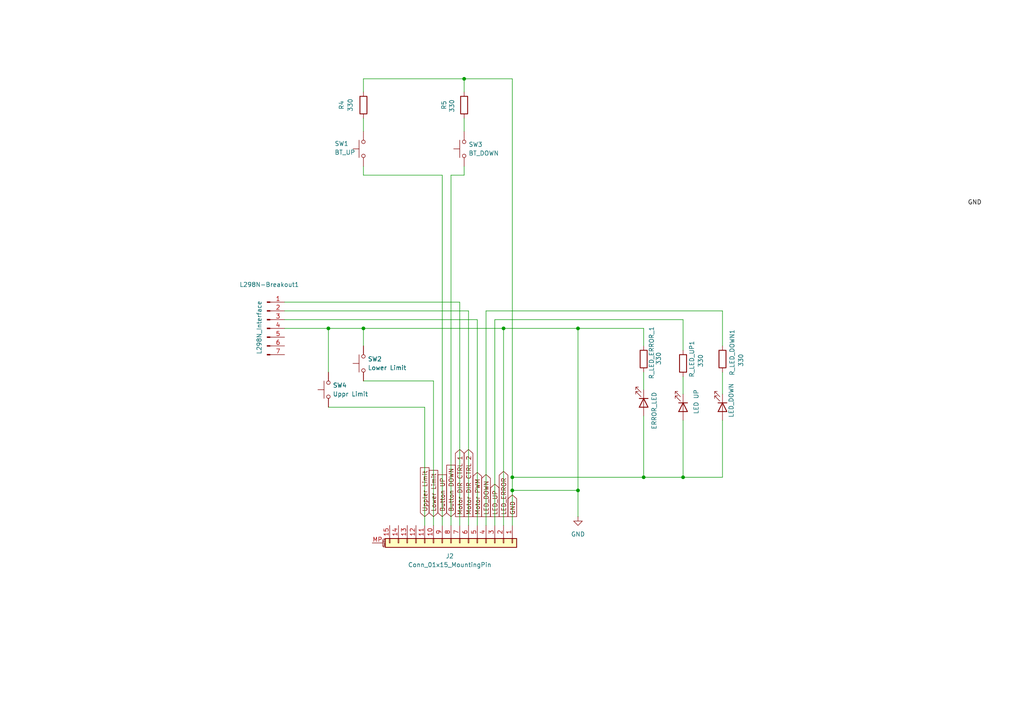
<source format=kicad_sch>
(kicad_sch (version 20250114) (generator "eeschema") (generator_version "9.0")
  (paper "A4")
  (title_block (title "Desk Automation") (date "2025-12-30") (rev "0.1") (company "E2Q"))
  (lib_symbols
    (symbol "Connector:Conn_01x07_Pin" (pin_names (offset 1.016) (hide yes))
      (property "Reference" "J" (at 0 10.16 0))
      (property "Value" "Conn_01x07_Pin" (at 0 -10.16 0))
      (symbol "Conn_01x07_Pin_1_1"
        (rectangle (start 0.8636 7.747) (end 0 7.493) (stroke (width 0.1524)) (fill (type outline)))
        (rectangle (start 0.8636 5.207) (end 0 4.953) (stroke (width 0.1524)) (fill (type outline)))
        (rectangle (start 0.8636 2.667) (end 0 2.413) (stroke (width 0.1524)) (fill (type outline)))
        (rectangle (start 0.8636 0.127) (end 0 -0.127) (stroke (width 0.1524)) (fill (type outline)))
        (rectangle (start 0.8636 -2.413) (end 0 -2.667) (stroke (width 0.1524)) (fill (type outline)))
        (rectangle (start 0.8636 -4.953) (end 0 -5.207) (stroke (width 0.1524)) (fill (type outline)))
        (rectangle (start 0.8636 -7.493) (end 0 -7.747) (stroke (width 0.1524)) (fill (type outline)))
        (polyline (pts (xy 1.27 7.62) (xy 0.8636 7.62)) (stroke (width 0.1524)))
        (polyline (pts (xy 1.27 5.08) (xy 0.8636 5.08)) (stroke (width 0.1524)))
        (polyline (pts (xy 1.27 2.54) (xy 0.8636 2.54)) (stroke (width 0.1524)))
        (polyline (pts (xy 1.27 0) (xy 0.8636 0)) (stroke (width 0.1524)))
        (polyline (pts (xy 1.27 -2.54) (xy 0.8636 -2.54)) (stroke (width 0.1524)))
        (polyline (pts (xy 1.27 -5.08) (xy 0.8636 -5.08)) (stroke (width 0.1524)))
        (polyline (pts (xy 1.27 -7.62) (xy 0.8636 -7.62)) (stroke (width 0.1524)))
        (pin passive line (at 5.08 7.62 180) (length 3.81) (name "Pin_1") (number "1"))
        (pin passive line (at 5.08 5.08 180) (length 3.81) (name "Pin_2") (number "2"))
        (pin passive line (at 5.08 2.54 180) (length 3.81) (name "Pin_3") (number "3"))
        (pin passive line (at 5.08 0 180) (length 3.81) (name "Pin_4") (number "4"))
        (pin passive line (at 5.08 -2.54 180) (length 3.81) (name "Pin_5") (number "5"))
        (pin passive line (at 5.08 -5.08 180) (length 3.81) (name "Pin_6") (number "6"))
        (pin passive line (at 5.08 -7.62 180) (length 3.81) (name "Pin_7") (number "7"))
      )
    )
    (symbol "Connector_Generic_MountingPin:Conn_01x15_MountingPin" (pin_names (offset 1.016) (hide yes))
      (property "Reference" "J" (at 0 20.32 0))
      (property "Value" "Conn_01x15_MountingPin" (at 1.27 -20.32 0))
      (symbol "Conn_01x15_MountingPin_1_1"
        (rectangle (start -1.27 19.05) (end 1.27 -19.05) (stroke (width 0.254)) (fill (type background)))
        (rectangle (start -1.27 17.907) (end 0 17.653) (stroke (width 0.1524)))
        (rectangle (start -1.27 15.367) (end 0 15.113) (stroke (width 0.1524)))
        (rectangle (start -1.27 12.827) (end 0 12.573) (stroke (width 0.1524)))
        (rectangle (start -1.27 10.287) (end 0 10.033) (stroke (width 0.1524)))
        (rectangle (start -1.27 7.747) (end 0 7.493) (stroke (width 0.1524)))
        (rectangle (start -1.27 5.207) (end 0 4.953) (stroke (width 0.1524)))
        (rectangle (start -1.27 2.667) (end 0 2.413) (stroke (width 0.1524)))
        (rectangle (start -1.27 0.127) (end 0 -0.127) (stroke (width 0.1524)))
        (rectangle (start -1.27 -2.413) (end 0 -2.667) (stroke (width 0.1524)))
        (rectangle (start -1.27 -4.953) (end 0 -5.207) (stroke (width 0.1524)))
        (rectangle (start -1.27 -7.493) (end 0 -7.747) (stroke (width 0.1524)))
        (rectangle (start -1.27 -10.033) (end 0 -10.287) (stroke (width 0.1524)))
        (rectangle (start -1.27 -12.573) (end 0 -12.827) (stroke (width 0.1524)))
        (rectangle (start -1.27 -15.113) (end 0 -15.367) (stroke (width 0.1524)))
        (rectangle (start -1.27 -17.653) (end 0 -17.907) (stroke (width 0.1524)))
        (polyline (pts (xy -1.016 -19.812) (xy 1.016 -19.812)) (stroke (width 0.1524)))
        (text "Mounting" (at 0 -19.431 0) (effects (font (size 0.381 0.381))))
        (pin passive line (at -5.08 17.78 0) (length 3.81) (name "Pin_1") (number "1"))
        (pin passive line (at -5.08 15.24 0) (length 3.81) (name "Pin_2") (number "2"))
        (pin passive line (at -5.08 12.7 0) (length 3.81) (name "Pin_3") (number "3"))
        (pin passive line (at -5.08 10.16 0) (length 3.81) (name "Pin_4") (number "4"))
        (pin passive line (at -5.08 7.62 0) (length 3.81) (name "Pin_5") (number "5"))
        (pin passive line (at -5.08 5.08 0) (length 3.81) (name "Pin_6") (number "6"))
        (pin passive line (at -5.08 2.54 0) (length 3.81) (name "Pin_7") (number "7"))
        (pin passive line (at -5.08 0 0) (length 3.81) (name "Pin_8") (number "8"))
        (pin passive line (at -5.08 -2.54 0) (length 3.81) (name "Pin_9") (number "9"))
        (pin passive line (at -5.08 -5.08 0) (length 3.81) (name "Pin_10") (number "10"))
        (pin passive line (at -5.08 -7.62 0) (length 3.81) (name "Pin_11") (number "11"))
        (pin passive line (at -5.08 -10.16 0) (length 3.81) (name "Pin_12") (number "12"))
        (pin passive line (at -5.08 -12.7 0) (length 3.81) (name "Pin_13") (number "13"))
        (pin passive line (at -5.08 -15.24 0) (length 3.81) (name "Pin_14") (number "14"))
        (pin passive line (at -5.08 -17.78 0) (length 3.81) (name "Pin_15") (number "15"))
        (pin passive line (at 0 -22.86 90) (length 3.048) (name "MountPin") (number "MP"))
      )
    )
    (symbol "Device:LED" (pin_numbers (hide yes)) (pin_names (offset 1.016) (hide yes))
      (property "Reference" "D" (at 0 2.54 0))
      (property "Value" "LED" (at 0 -2.54 0))
      (symbol "LED_0_1"
        (polyline (pts (xy -3.048 -0.762) (xy -4.572 -2.286) (xy -3.81 -2.286) (xy -4.572 -2.286) (xy -4.572 -1.524)))
        (polyline (pts (xy -1.778 -0.762) (xy -3.302 -2.286) (xy -2.54 -2.286) (xy -3.302 -2.286) (xy -3.302 -1.524)))
        (polyline (pts (xy -1.27 0) (xy 1.27 0)))
        (polyline (pts (xy -1.27 -1.27) (xy -1.27 1.27)) (stroke (width 0.254)))
        (polyline (pts (xy 1.27 -1.27) (xy 1.27 1.27) (xy -1.27 0) (xy 1.27 -1.27)) (stroke (width 0.254)))
      )
      (symbol "LED_1_1"
        (pin passive line (at -3.81 0 0) (length 2.54) (name "K") (number "1"))
        (pin passive line (at 3.81 0 180) (length 2.54) (name "A") (number "2"))
      )
    )
    (symbol "Device:R" (pin_numbers (hide yes)) (pin_names (offset 0))
      (property "Reference" "R" (at 2.032 0 90))
      (property "Value" "R" (at 0 0 90))
      (symbol "R_0_1"
        (rectangle (start -1.016 -2.54) (end 1.016 2.54) (stroke (width 0.254)))
      )
      (symbol "R_1_1"
        (pin passive line (at 0 3.81 270) (length 1.27) (name "~") (number "1"))
        (pin passive line (at 0 -3.81 90) (length 1.27) (name "~") (number "2"))
      )
    )
    (symbol "Switch:SW_Push" (pin_numbers (hide yes)) (pin_names (offset 1.016) (hide yes))
      (property "Reference" "SW" (at 1.27 2.54 0))
      (property "Value" "SW_Push" (at 0 -1.524 0))
      (symbol "SW_Push_0_1"
        (circle (center -2.032 0) (radius 0.508))
        (polyline (pts (xy 0 1.27) (xy 0 3.048)))
        (circle (center 2.032 0) (radius 0.508))
        (polyline (pts (xy 2.54 1.27) (xy -2.54 1.27)))
        (pin passive line (at -5.08 0 0) (length 2.54) (name "1") (number "1"))
        (pin passive line (at 5.08 0 180) (length 2.54) (name "2") (number "2"))
      )
    )
    (symbol "power:GND" (power) (pin_numbers (hide yes)) (pin_names (offset 0) (hide yes))
      (property "Value" "GND" (at 0 -3.81 0))
      (symbol "GND_0_1"
        (polyline (pts (xy 0 0) (xy 0 -1.27) (xy 1.27 -1.27) (xy 0 -2.54) (xy -1.27 -1.27) (xy 0 -1.27)))
      )
      (symbol "GND_1_1"
        (pin power_in line (at 0 0 270) (length 0) (name "~") (number "1"))
      )
    )
  )
  (junction (at 167.64 142.24))
  (junction (at 148.59 142.24))
  (junction (at 167.64 95.25))
  (junction (at 134.62 22.86))
  (junction (at 186.69 138.43))
  (junction (at 95.25 95.25))
  (junction (at 198.12 138.43))
  (junction (at 105.41 95.25))
  (junction (at 146.05 95.25))
  (junction (at 148.59 138.43))
  (wire (pts (xy 105.41 34.29) (xy 105.41 38.1)))
  (wire (pts (xy 148.59 142.24) (xy 148.59 152.4)))
  (wire (pts (xy 134.62 34.29) (xy 134.62 38.1)))
  (wire (pts (xy 134.62 22.86) (xy 134.62 26.67)))
  (wire (pts (xy 143.51 92.71) (xy 143.51 152.4)))
  (wire (pts (xy 198.12 121.92) (xy 198.12 138.43)))
  (wire (pts (xy 105.41 50.8) (xy 128.27 50.8)))
  (wire (pts (xy 209.55 90.17) (xy 140.97 90.17)))
  (wire (pts (xy 167.64 95.25) (xy 167.64 142.24)))
  (wire (pts (xy 198.12 109.22) (xy 198.12 114.3)))
  (wire (pts (xy 148.59 138.43) (xy 186.69 138.43)))
  (wire (pts (xy 105.41 48.26) (xy 105.41 50.8)))
  (wire (pts (xy 148.59 142.24) (xy 167.64 142.24)))
  (wire (pts (xy 82.55 95.25) (xy 95.25 95.25)))
  (wire (pts (xy 125.73 110.49) (xy 125.73 152.4)))
  (wire (pts (xy 140.97 90.17) (xy 140.97 152.4)))
  (wire (pts (xy 95.25 95.25) (xy 95.25 107.95)))
  (wire (pts (xy 146.05 95.25) (xy 146.05 152.4)))
  (wire (pts (xy 105.41 95.25) (xy 105.41 100.33)))
  (wire (pts (xy 198.12 92.71) (xy 198.12 101.6)))
  (wire (pts (xy 134.62 48.26) (xy 134.62 50.8)))
  (wire (pts (xy 186.69 120.65) (xy 186.69 138.43)))
  (wire (pts (xy 128.27 50.8) (xy 128.27 152.4)))
  (wire (pts (xy 186.69 107.95) (xy 186.69 113.03)))
  (wire (pts (xy 148.59 22.86) (xy 148.59 138.43)))
  (wire (pts (xy 105.41 22.86) (xy 105.41 26.67)))
  (wire (pts (xy 186.69 138.43) (xy 198.12 138.43)))
  (wire (pts (xy 130.81 50.8) (xy 134.62 50.8)))
  (wire (pts (xy 148.59 138.43) (xy 148.59 142.24)))
  (wire (pts (xy 134.62 22.86) (xy 148.59 22.86)))
  (wire (pts (xy 105.41 95.25) (xy 146.05 95.25)))
  (wire (pts (xy 198.12 92.71) (xy 143.51 92.71)))
  (wire (pts (xy 186.69 95.25) (xy 186.69 100.33)))
  (wire (pts (xy 146.05 95.25) (xy 167.64 95.25)))
  (wire (pts (xy 209.55 107.95) (xy 209.55 114.3)))
  (wire (pts (xy 105.41 22.86) (xy 134.62 22.86)))
  (wire (pts (xy 167.64 95.25) (xy 186.69 95.25)))
  (wire (pts (xy 209.55 121.92) (xy 209.55 138.43)))
  (wire (pts (xy 105.41 110.49) (xy 125.73 110.49)))
  (wire (pts (xy 95.25 118.11) (xy 123.19 118.11)))
  (wire (pts (xy 135.89 90.17) (xy 135.89 152.4)))
  (wire (pts (xy 138.43 92.71) (xy 82.55 92.71)))
  (wire (pts (xy 82.55 87.63) (xy 133.35 87.63)))
  (wire (pts (xy 167.64 149.86) (xy 167.64 142.24)))
  (wire (pts (xy 123.19 118.11) (xy 123.19 152.4)))
  (wire (pts (xy 95.25 95.25) (xy 105.41 95.25)))
  (wire (pts (xy 209.55 90.17) (xy 209.55 100.33)))
  (wire (pts (xy 198.12 138.43) (xy 209.55 138.43)))
  (wire (pts (xy 130.81 50.8) (xy 130.81 152.4)))
  (wire (pts (xy 133.35 87.63) (xy 133.35 152.4)))
  (wire (pts (xy 138.43 92.71) (xy 138.43 152.4)))
  (wire (pts (xy 135.89 90.17) (xy 82.55 90.17)))
  (label "GND" (at 280.67 59.69 0))
  (global_label "Motor DIR CTRL 2" (shape output) (at 135.89 149.86 90) (property "Intersheetrefs" "${INTERSHEET_REFS}" (effects (hide yes))))
  (global_label "Button UP" (shape input) (at 128.27 149.86 90) (property "Intersheetrefs" "${INTERSHEET_REFS}" (effects (hide yes))))
  (global_label "Button DOWN" (shape input) (at 130.81 149.86 90) (property "Intersheetrefs" "${INTERSHEET_REFS}" (effects (hide yes))))
  (global_label "Lower Limit" (shape input) (at 125.73 149.86 90) (property "Intersheetrefs" "${INTERSHEET_REFS}" (effects (hide yes))))
  (global_label "Uppler Limit" (shape input) (at 123.19 149.86 90) (property "Intersheetrefs" "${INTERSHEET_REFS}" (effects (hide yes))))
  (global_label "LED_ERROR" (shape output) (at 146.05 149.86 90) (property "Intersheetrefs" "${INTERSHEET_REFS}" (effects (hide yes))))
  (global_label "LED_UP" (shape output) (at 143.51 149.86 90) (property "Intersheetrefs" "${INTERSHEET_REFS}" (effects (hide yes))))
  (global_label "Motor PWM" (shape output) (at 138.43 149.86 90) (property "Intersheetrefs" "${INTERSHEET_REFS}" (effects (hide yes))))
  (global_label "Motor DIR CTRL 1" (shape output) (at 133.35 149.86 90) (property "Intersheetrefs" "${INTERSHEET_REFS}" (effects (hide yes))))
  (global_label "GND" (shape output) (at 148.59 149.86 90) (property "Intersheetrefs" "${INTERSHEET_REFS}" (effects (hide yes))))
  (global_label "LED_DOWN" (shape output) (at 140.97 149.86 90) (property "Intersheetrefs" "${INTERSHEET_REFS}" (effects (hide yes))))
  (symbol (lib_id "Switch:SW_Push") (at 95.25 113.03 90) (unit 1)
    (property "Reference" "SW4" (at 96.52 111.7599 90) (effects (justify right)))
    (property "Value" "Uppr Limit" (at 96.52 114.2999 90) (effects (justify right)))
    (property "Description" "Push button switch, generic, two pins" (effects (hide yes)))
  )
  (symbol (lib_id "Switch:SW_Push") (at 105.41 105.41 90) (unit 1)
    (property "Reference" "SW2" (at 106.68 104.1399 90) (effects (justify right)))
    (property "Value" "Lower Limit" (at 106.68 106.6799 90) (effects (justify right)))
    (property "Description" "Push button switch, generic, two pins" (effects (hide yes)))
  )
  (symbol (lib_id "Device:R") (at 198.12 105.41 0) (unit 1)
    (property "Reference" "R_LED_UP1" (at 200.66 104.14 90))
    (property "Value" "330" (at 203.2 104.648 90))
    (property "Footprint" "Resistor_THT:R_Axial_DIN0207_L6.3mm_D2.5mm_P2.54mm_Vertical" (effects (hide yes)))
    (property "Description" "Resistor" (effects (hide yes)))
  )
  (symbol (lib_id "power:GND") (at 167.64 149.86 0) (unit 1)
    (property "Reference" "#PWR01" (effects (hide yes)))
    (property "Value" "GND" (at 167.64 154.94 0))
    (property "Description" "Power symbol creates a global label with name \"GND\" , ground" (effects (hide yes)))
  )
  (symbol (lib_id "Switch:SW_Push") (at 134.62 43.18 90) (unit 1)
    (property "Reference" "SW3" (at 135.89 41.9099 90) (effects (justify right)))
    (property "Value" "BT_DOWN" (at 135.89 44.4499 90) (effects (justify right)))
    (property "Footprint" "SW_PUSH_6mm_H5mm" (effects (hide yes)))
    (property "Description" "Push button switch, generic, two pins" (effects (hide yes)))
  )
  (symbol (lib_id "Connector:Conn_01x07_Pin") (at 77.47 95.25 0) (unit 1)
    (property "Reference" "L298N-Breakout1" (at 78.105 82.55 0))
    (property "Value" "L298N_Interface" (at 75.184 94.996 90))
    (property "Footprint" "DeskAutomation:L298N Interface" (effects (hide yes)))
    (property "Description" "Generic connector, single row, 01x07, script generated" (effects (hide yes)))
  )
  (symbol (lib_id "Device:LED") (at 198.12 118.11 270) (unit 1)
    (property "Reference" "D2" (effects (hide yes)))
    (property "Value" "LED UP" (at 201.93 116.5225 0))
    (property "Footprint" "LED_THT:LED_D5.0mm" (effects (hide yes)))
    (property "Description" "Light emitting diode" (effects (hide yes)))
    (property "Sim.Pins" "1=K 2=A" (effects (hide yes)))
  )
  (symbol (lib_id "Device:LED") (at 209.55 118.11 270) (unit 1)
    (property "Reference" "D1" (effects (hide yes)))
    (property "Value" "LED_DOWN" (at 212.09 121.158 0) (effects (justify right)))
    (property "Footprint" "LED_THT:LED_D5.0mm" (effects (hide yes)))
    (property "Description" "Light emitting diode" (effects (hide yes)))
    (property "Sim.Pins" "1=K 2=A" (effects (hide yes)))
  )
  (symbol (lib_id "Device:R") (at 105.41 30.48 180) (unit 1)
    (property "Reference" "R4" (at 99.06 30.48 90))
    (property "Value" "330" (at 101.6 30.48 90))
    (property "Footprint" "Resistor_THT:R_Axial_DIN0207_L6.3mm_D2.5mm_P2.54mm_Vertical" (effects (hide yes)))
    (property "Description" "Resistor" (effects (hide yes)))
  )
  (symbol (lib_id "Switch:SW_Push") (at 105.41 43.18 90) (unit 1)
    (property "Reference" "SW1" (at 97.028 41.656 90) (effects (justify right)))
    (property "Value" "BT_UP" (at 97.028 44.196 90) (effects (justify right)))
    (property "Footprint" "SW_PUSH_6mm_H5mm" (effects (hide yes)))
    (property "Description" "Push button switch, generic, two pins" (effects (hide yes)))
  )
  (symbol (lib_id "Connector_Generic_MountingPin:Conn_01x15_MountingPin") (at 130.81 157.48 270) (unit 1)
    (property "Reference" "J2" (at 130.4544 161.29 90))
    (property "Value" "Conn_01x15_MountingPin" (at 130.4544 163.83 90))
    (property "Description" "Generic connectable mounting pin connector, single row, 01x15, script generated (kicad-library-utils/schlib/autogen/connector/)" (effects (hide yes)))
  )
  (symbol (lib_id "Device:LED") (at 186.69 116.84 270) (unit 1)
    (property "Reference" "D3" (effects (hide yes)))
    (property "Value" "ERROR_LED" (at 189.738 119.126 0))
    (property "Footprint" "LED_THT:LED_D5.0mm" (effects (hide yes)))
    (property "Description" "Light emitting diode" (effects (hide yes)))
    (property "Sim.Pins" "1=K 2=A" (effects (hide yes)))
  )
  (symbol (lib_id "Device:R") (at 209.55 104.14 0) (unit 1)
    (property "Reference" "R_LED_DOWN1" (at 212.344 108.966 90) (effects (justify left)))
    (property "Value" "330" (at 214.884 106.426 90) (effects (justify left)))
    (property "Footprint" "Resistor_THT:R_Axial_DIN0207_L6.3mm_D2.5mm_P2.54mm_Vertical" (effects (hide yes)))
    (property "Description" "Resistor" (effects (hide yes)))
  )
  (symbol (lib_id "Device:R") (at 186.69 104.14 0) (unit 1)
    (property "Reference" "R_LED_ERROR_1" (at 188.976 109.982 90) (effects (justify left)))
    (property "Value" "330" (at 191.008 105.918 90) (effects (justify left)))
    (property "Footprint" "Resistor_THT:R_Axial_DIN0207_L6.3mm_D2.5mm_P2.54mm_Vertical" (effects (hide yes)))
    (property "Description" "Resistor" (effects (hide yes)))
  )
  (symbol (lib_id "Device:R") (at 134.62 30.48 180) (unit 1)
    (property "Reference" "R5" (at 128.778 30.48 90))
    (property "Value" "330" (at 131.064 30.734 90))
    (property "Footprint" "Resistor_THT:R_Axial_DIN0207_L6.3mm_D2.5mm_P2.54mm_Vertical" (effects (hide yes)))
    (property "Description" "Resistor" (effects (hide yes)))
  )
)
</source>
